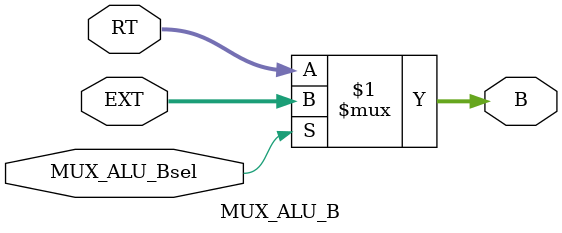
<source format=v>
`timescale 1ns / 1ps
module MUX_ALU_B(
    input [31:0] RT,
    input [31:0] EXT,
    input MUX_ALU_Bsel,
    output [31:0] B
    );
	assign B=(MUX_ALU_Bsel)?EXT:RT;

endmodule

</source>
